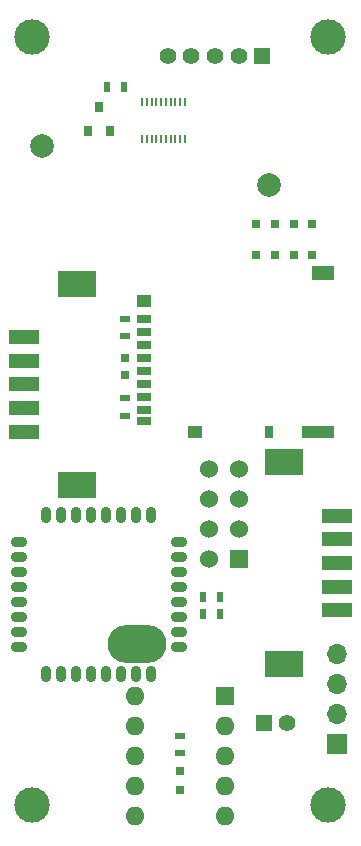
<source format=gts>
G04 #@! TF.FileFunction,Soldermask,Top*
%FSLAX46Y46*%
G04 Gerber Fmt 4.6, Leading zero omitted, Abs format (unit mm)*
G04 Created by KiCad (PCBNEW 4.0.6) date 08/19/17 00:13:46*
%MOMM*%
%LPD*%
G01*
G04 APERTURE LIST*
%ADD10C,0.100000*%
%ADD11C,3.000000*%
%ADD12R,0.750000X0.800000*%
%ADD13R,0.800000X0.800000*%
%ADD14R,1.900000X1.300000*%
%ADD15R,1.200000X0.700000*%
%ADD16R,1.200000X1.000000*%
%ADD17R,0.800000X1.000000*%
%ADD18R,2.800000X1.000000*%
%ADD19R,3.300000X2.300000*%
%ADD20R,2.600000X1.200000*%
%ADD21R,0.800000X0.900000*%
%ADD22R,0.900000X0.500000*%
%ADD23R,0.500000X0.900000*%
%ADD24R,1.524000X1.524000*%
%ADD25C,1.524000*%
%ADD26R,1.600000X1.600000*%
%ADD27O,1.600000X1.600000*%
%ADD28O,1.400000X0.900000*%
%ADD29O,0.900000X1.400000*%
%ADD30O,5.000000X3.200000*%
%ADD31R,0.200000X0.700000*%
%ADD32C,2.000000*%
%ADD33C,1.400000*%
%ADD34R,1.400000X1.400000*%
%ADD35R,1.700000X1.700000*%
%ADD36O,1.700000X1.700000*%
G04 APERTURE END LIST*
D10*
D11*
X127500000Y-167500000D03*
X102500000Y-167500000D03*
X102500000Y-102500000D03*
D12*
X110364500Y-129603000D03*
X110364500Y-131103000D03*
D13*
X115000000Y-166205000D03*
X115000000Y-164605000D03*
X123039000Y-118288000D03*
X121439000Y-118288000D03*
X123039000Y-120891500D03*
X121439000Y-120891500D03*
X124614000Y-118288000D03*
X126214000Y-118288000D03*
X124614000Y-120891500D03*
X126214000Y-120891500D03*
D14*
X127093000Y-122441000D03*
D15*
X111993000Y-126341000D03*
X111993000Y-127441000D03*
X111993000Y-128541000D03*
X111993000Y-129641000D03*
X111993000Y-130741000D03*
X111993000Y-131841000D03*
X111993000Y-132941000D03*
X111993000Y-134041000D03*
X111993000Y-134991000D03*
D16*
X111993000Y-124791000D03*
X116293000Y-135941000D03*
D17*
X122493000Y-135941000D03*
D18*
X126643000Y-135941000D03*
D19*
X106237000Y-123357000D03*
D20*
X101787000Y-135877000D03*
X101787000Y-133877000D03*
D19*
X106237000Y-140397000D03*
D20*
X101787000Y-131877000D03*
X101787000Y-129877000D03*
X101787000Y-127877000D03*
D19*
X123826500Y-155521000D03*
D20*
X128276500Y-143001000D03*
X128276500Y-145001000D03*
D19*
X123826500Y-138481000D03*
D20*
X128276500Y-147001000D03*
X128276500Y-149001000D03*
X128276500Y-151001000D03*
D21*
X107192000Y-110398000D03*
X109092000Y-110398000D03*
X108142000Y-108398000D03*
D22*
X115000000Y-163107000D03*
X115000000Y-161607000D03*
D23*
X116917000Y-151308000D03*
X118417000Y-151308000D03*
X116917000Y-149911000D03*
X118417000Y-149911000D03*
X110277000Y-106731000D03*
X108777000Y-106731000D03*
D22*
X110364500Y-127801000D03*
X110364500Y-126301000D03*
D24*
X120016500Y-146672500D03*
D25*
X120016500Y-144132500D03*
X120016500Y-141592500D03*
X120016500Y-139052500D03*
X117476500Y-146672500D03*
X117476500Y-144132500D03*
X117476500Y-141592500D03*
X117476500Y-139052500D03*
D26*
X118810000Y-158293000D03*
D27*
X111190000Y-168453000D03*
X118810000Y-160833000D03*
X111190000Y-165913000D03*
X118810000Y-163373000D03*
X111190000Y-163373000D03*
X118810000Y-165913000D03*
X111190000Y-160833000D03*
X118810000Y-168453000D03*
X111190000Y-158293000D03*
D28*
X114873000Y-154101999D03*
X114873000Y-152831999D03*
X114873000Y-151561999D03*
X114873000Y-150291999D03*
X114873000Y-149021999D03*
X114873000Y-147751999D03*
X114873000Y-146481999D03*
X114873000Y-145211999D03*
D29*
X112583000Y-142921999D03*
X111313000Y-142921999D03*
X110043000Y-142921999D03*
X108773000Y-142921999D03*
X107503000Y-142921999D03*
X106233000Y-142921999D03*
X104963000Y-142921999D03*
X103693000Y-142921999D03*
D28*
X101403000Y-145211999D03*
X101403000Y-146481999D03*
X101403000Y-147751999D03*
X101403000Y-149021999D03*
X101403000Y-150291999D03*
X101403000Y-151561999D03*
X101403000Y-152831999D03*
X101403000Y-154101999D03*
D29*
X103693000Y-156391999D03*
X104963000Y-156391999D03*
X106233000Y-156391999D03*
X107503000Y-156391999D03*
X108773000Y-156391999D03*
X110043000Y-156391999D03*
X111313000Y-156391999D03*
X112583000Y-156391999D03*
D30*
X111373000Y-153891999D03*
D22*
X110364500Y-133032000D03*
X110364500Y-134532000D03*
D11*
X127500000Y-102500000D03*
D31*
X111803000Y-107985000D03*
X111803000Y-111065000D03*
X112203000Y-107985000D03*
X112203000Y-111065000D03*
X112603000Y-107985000D03*
X112603000Y-111065000D03*
X113003000Y-107985000D03*
X113003000Y-111065000D03*
X113403000Y-107985000D03*
X113403000Y-111065000D03*
X113803000Y-107985000D03*
X113803000Y-111065000D03*
X114203000Y-107985000D03*
X114203000Y-111065000D03*
X114603000Y-107985000D03*
X114603000Y-111065000D03*
X115003000Y-107985000D03*
X115003000Y-111065000D03*
X115403000Y-107985000D03*
X115403000Y-111065000D03*
D32*
X122553000Y-115025000D03*
X103353000Y-111725000D03*
D33*
X124080500Y-160579000D03*
D34*
X122080500Y-160579000D03*
D33*
X119953000Y-104064000D03*
D34*
X121953000Y-104064000D03*
D33*
X117953000Y-104064000D03*
X115953000Y-104064000D03*
X113953000Y-104064000D03*
D35*
X128271500Y-162357000D03*
D36*
X128271500Y-159817000D03*
X128271500Y-157277000D03*
X128271500Y-154737000D03*
M02*

</source>
